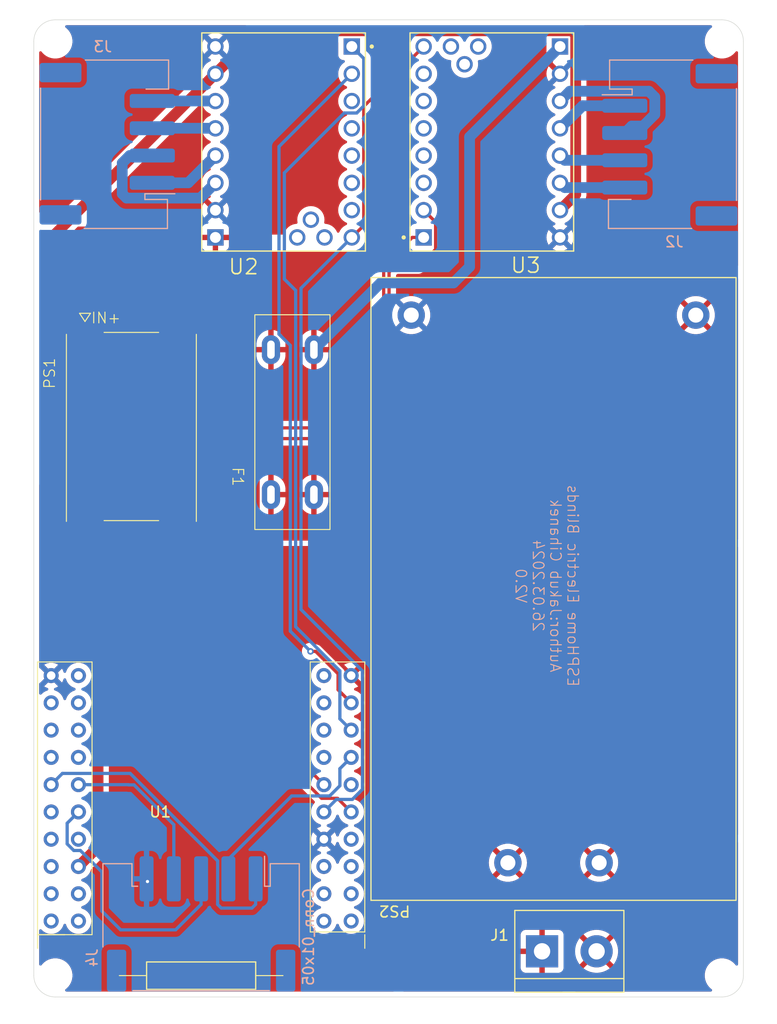
<source format=kicad_pcb>
(kicad_pcb (version 20240108) (generator "pcbnew") (generator_version "8.0")
  (layers (0 "F.Cu" signal) (31 "B.Cu" signal) (34 "B.Paste" user) (35 "F.Paste" user) (36 "B.SilkS" user "B.Silkscreen") (37 "F.SilkS" user "F.Silkscreen") (38 "B.Mask" user) (39 "F.Mask" user) (44 "Edge.Cuts" user))
  (net 0 "")
  (net 1 "DC_VOUT")
  (net 2 "+12V")
  (net 3 "Net-(J2-Pin_3)")
  (net 4 "Net-(J2-Pin_2)")
  (net 5 "Net-(J2-Pin_4)")
  (net 6 "Net-(J2-Pin_1)")
  (net 7 "Net-(J3-Pin_4)")
  (net 8 "Net-(J3-Pin_3)")
  (net 9 "Net-(J3-Pin_2)")
  (net 10 "Net-(J3-Pin_1)")
  (net 11 "IO_32")
  (net 12 "IO_19")
  (net 13 "IO_23")
  (net 14 "IO_33")
  (net 15 "IO_18")
  (net 16 "GND")
  (net 17 "+3.3V")
  (net 18 "STEP_PIN")
  (net 25 "DIR_PIN_2")
  (net 34 "EN_PIN")
  (net 43 "STEP_PIN_2")
  (net 45 "DIR_PIN")
  (net 63 "AC_L")
  (net 64 "AC_N")
  (footprint "connectors_johnymalina:ScrewTerminal_01x02" (layer "F.Cu") (at 109.75 128.75)
    (property "Reference" "J1" (at -3.96 -1.5 0) (layer "F.SilkS"))
    (property "Value" "AC_IN")
    (fp_line (start -2.54 -3.81) (end -2.54 3.81) (stroke (width 0.12)) (layer "F.SilkS"))
    (fp_line (start -2.54 3.81) (end 7.62 3.81) (stroke (width 0.12)) (layer "F.SilkS"))
    (fp_line (start 7.62 -3.81) (end -2.54 -3.81) (stroke (width 0.12)) (layer "F.SilkS"))
    (fp_line (start 7.62 2.54) (end -2.54 2.54) (stroke (width 0.12)) (layer "F.SilkS"))
    (fp_line (start 7.62 3.81) (end 7.62 -3.81) (stroke (width 0.12)) (layer "F.SilkS"))
    (pad "1" thru_hole rect (at 0 0) (size 3 3) (drill 1.52) (layers "*.Cu" "*.Mask") (net 63 "AC_L"))
    (pad "2" thru_hole circle (at 5.08 0) (size 3 3) (drill 1.52) (layers "*.Cu" "*.Mask") (net 64 "AC_N"))
  )
  (footprint "components_johnymalina:car_fuse_holder" (layer "F.Cu") (at 86.5 79.466 180)
    (property "Reference" "F1" (at 5.08 -5.08 -90) (layer "F.SilkS") (effects (font (thickness 0.1))))
    (property "Value" "Fuse")
    (fp_rect (start -3.5 -10) (end 3.5 10) (stroke (width 0.1)) (fill none) (layer "F.SilkS"))
    (pad "1" thru_hole oval (at -2 -6.75 180) (size 1.7 2.7) (drill oval 0.7 1.7) (layers "*.Cu" "*.Mask") (net 1 "DC_VOUT"))
    (pad "1" thru_hole oval (at 2 -6.75 180) (size 1.7 2.7) (drill oval 0.7 1.7) (layers "*.Cu" "*.Mask") (net 1 "DC_VOUT"))
    (pad "2" thru_hole oval (at -2 6.75 180) (size 1.7 2.7) (drill oval 0.7 1.7) (layers "*.Cu" "*.Mask") (net 2 "+12V"))
    (pad "2" thru_hole oval (at 2 6.75 180) (size 1.7 2.7) (drill oval 0.7 1.7) (layers "*.Cu" "*.Mask") (net 2 "+12V"))
  )
  (footprint "microcontrollers_johnymalina:ESP32_mini" (layer "F.Cu") (at 78 114.5)
    (property "Reference" "U1" (at -3.81 1.27 0) (layer "F.SilkS"))
    (property "Value" "ESP32_mini")
    (fp_line (start -15.24 -12.7) (end -15.24 12.7) (stroke (width 0.1)) (layer "F.SilkS"))
    (fp_line (start -15.24 12.7) (end -15.24 13.97) (stroke (width 0.1)) (layer "F.SilkS"))
    (fp_line (start -15.24 12.7) (end -12.7 12.7) (stroke (width 0.12)) (layer "F.SilkS"))
    (fp_line (start -12.7 12.7) (end -10.16 12.7) (stroke (width 0.1)) (layer "F.SilkS"))
    (fp_line (start -10.16 -12.7) (end -15.24 -12.7) (stroke (width 0.1)) (layer "F.SilkS"))
    (fp_line (start -10.16 12.7) (end -10.16 -12.7) (stroke (width 0.1)) (layer "F.SilkS"))
    (fp_line (start -5.08 15.24) (end 5.08 15.24) (stroke (width 0.12)) (layer "F.SilkS"))
    (fp_line (start -5.08 16.51) (end -7.62 16.51) (stroke (width 0.1)) (layer "F.SilkS"))
    (fp_line (start -5.08 17.78) (end -5.08 15.24) (stroke (width 0.12)) (layer "F.SilkS"))
    (fp_line (start 5.08 15.24) (end 5.08 17.78) (stroke (width 0.12)) (layer "F.SilkS"))
    (fp_line (start 5.08 16.51) (end 7.62 16.51) (stroke (width 0.1)) (layer "F.SilkS"))
    (fp_line (start 5.08 17.78) (end -5.08 17.78) (stroke (width 0.1)) (layer "F.SilkS"))
    (fp_line (start 10.16 -12.7) (end 15.24 -12.7) (stroke (width 0.1)) (layer "F.SilkS"))
    (fp_line (start 10.16 12.446) (end 10.16 -12.7) (stroke (width 0.1)) (layer "F.SilkS"))
    (fp_line (start 15.24 12.446) (end 10.16 12.446) (stroke (width 0.1)) (layer "F.SilkS"))
    (fp_line (start 15.24 12.446) (end 15.24 -12.7) (stroke (width 0.1)) (layer "F.SilkS"))
    (fp_line (start 15.24 12.7) (end 15.24 13.97) (stroke (width 0.1)) (layer "F.SilkS"))
    (pad "1" thru_hole circle (at -13.97 -11.43 270) (size 1.4 1.4) (drill 0.8) (layers "*.Cu" "*.Mask") (net 16 "GND"))
    (pad "2" thru_hole circle (at -11.43 -11.43 270) (size 1.4 1.4) (drill 0.8) (layers "*.Cu" "*.Mask"))
    (pad "3" thru_hole circle (at -13.97 -8.89 270) (size 1.4 1.4) (drill 0.8) (layers "*.Cu" "*.Mask"))
    (pad "4" thru_hole circle (at -11.43 -8.89 270) (size 1.4 1.4) (drill 0.8) (layers "*.Cu" "*.Mask"))
    (pad "5" thru_hole circle (at -13.97 -6.35 270) (size 1.4 1.4) (drill 0.8) (layers "*.Cu" "*.Mask"))
    (pad "6" thru_hole circle (at -11.43 -6.35 270) (size 1.4 1.4) (drill 0.8) (layers "*.Cu" "*.Mask"))
    (pad "7" thru_hole circle (at -13.97 -3.81 270) (size 1.4 1.4) (drill 0.8) (layers "*.Cu" "*.Mask"))
    (pad "8" thru_hole circle (at -11.43 -3.81 270) (size 1.4 1.4) (drill 0.8) (layers "*.Cu" "*.Mask") (net 15 "IO_18"))
    (pad "9" thru_hole circle (at -13.97 -1.27 270) (size 1.4 1.4) (drill 0.8) (layers "*.Cu" "*.Mask") (net 14 "IO_33"))
    (pad "10" thru_hole circle (at -11.43 -1.27 270) (size 1.4 1.4) (drill 0.8) (layers "*.Cu" "*.Mask") (net 12 "IO_19"))
    (pad "11" thru_hole circle (at -13.97 1.27 270) (size 1.4 1.4) (drill 0.8) (layers "*.Cu" "*.Mask"))
    (pad "12" thru_hole circle (at -11.43 1.27 270) (size 1.4 1.4) (drill 0.8) (layers "*.Cu" "*.Mask") (net 13 "IO_23"))
    (pad "13" thru_hole circle (at -13.97 3.81 270) (size 1.4 1.4) (drill 0.8) (layers "*.Cu" "*.Mask"))
    (pad "14" thru_hole circle (at -11.43 3.81 270) (size 1.4 1.4) (drill 0.8) (layers "*.Cu" "*.Mask"))
    (pad "15" thru_hole circle (at -13.97 6.35 270) (size 1.4 1.4) (drill 0.8) (layers "*.Cu" "*.Mask"))
    (pad "16" thru_hole circle (at -11.43 6.35 270) (size 1.4 1.4) (drill 0.8) (layers "*.Cu" "*.Mask") (net 17 "+3.3V"))
    (pad "17" thru_hole circle (at -13.97 8.89 270) (size 1.4 1.4) (drill 0.8) (layers "*.Cu" "*.Mask"))
    (pad "18" thru_hole circle (at -11.43 8.89 270) (size 1.4 1.4) (drill 0.8) (layers "*.Cu" "*.Mask"))
    (pad "19" thru_hole circle (at -13.97 11.43 270) (size 1.4 1.4) (drill 0.8) (layers "*.Cu" "*.Mask"))
    (pad "20" thru_hole circle (at -11.43 11.43 270) (size 1.4 1.4) (drill 0.8) (layers "*.Cu" "*.Mask"))
    (pad "21" thru_hole circle (at 11.43 -11.43 270) (size 1.4 1.4) (drill 0.8) (layers "*.Cu" "*.Mask"))
    (pad "22" thru_hole circle (at 13.97 -11.43 270) (size 1.4 1.4) (drill 0.8) (layers "*.Cu" "*.Mask") (net 16 "GND"))
    (pad "23" thru_hole circle (at 11.43 -8.89 270) (size 1.4 1.4) (drill 0.8) (layers "*.Cu" "*.Mask"))
    (pad "24" thru_hole circle (at 13.97 -8.89 270) (size 1.4 1.4) (drill 0.8) (layers "*.Cu" "*.Mask") (net 18 "STEP_PIN"))
    (pad "25" thru_hole circle (at 11.43 -6.35 270) (size 1.4 1.4) (drill 0.8) (layers "*.Cu" "*.Mask"))
    (pad "26" thru_hole circle (at 13.97 -6.35 270) (size 1.4 1.4) (drill 0.8) (layers "*.Cu" "*.Mask") (net 45 "DIR_PIN"))
    (pad "27" thru_hole circle (at 11.43 -3.81 270) (size 1.4 1.4) (drill 0.8) (layers "*.Cu" "*.Mask"))
    (pad "28" thru_hole circle (at 13.97 -3.81 270) (size 1.4 1.4) (drill 0.8) (layers "*.Cu" "*.Mask") (net 11 "IO_32"))
    (pad "29" thru_hole circle (at 11.43 -1.27 270) (size 1.4 1.4) (drill 0.8) (layers "*.Cu" "*.Mask") (net 43 "STEP_PIN_2"))
    (pad "30" thru_hole circle (at 13.97 -1.27 270) (size 1.4 1.4) (drill 0.8) (layers "*.Cu" "*.Mask"))
    (pad "31" thru_hole circle (at 11.43 1.27 270) (size 1.4 1.4) (drill 0.8) (layers "*.Cu" "*.Mask") (net 34 "EN_PIN"))
    (pad "32" thru_hole circle (at 13.97 1.27 270) (size 1.4 1.4) (drill 0.8) (layers "*.Cu" "*.Mask") (net 25 "DIR_PIN_2"))
    (pad "33" thru_hole circle (at 11.43 3.81 270) (size 1.4 1.4) (drill 0.8) (layers "*.Cu" "*.Mask") (net 16 "GND"))
    (pad "34" thru_hole circle (at 13.97 3.81 270) (size 1.4 1.4) (drill 0.8) (layers "*.Cu" "*.Mask"))
    (pad "35" thru_hole circle (at 11.43 6.35 270) (size 1.4 1.4) (drill 0.8) (layers "*.Cu" "*.Mask"))
    (pad "36" thru_hole circle (at 13.97 6.35 270) (size 1.4 1.4) (drill 0.8) (layers "*.Cu" "*.Mask"))
    (pad "37" thru_hole circle (at 11.43 8.89 270) (size 1.4 1.4) (drill 0.8) (layers "*.Cu" "*.Mask"))
    (pad "38" thru_hole circle (at 13.97 8.89 270) (size 1.4 1.4) (drill 0.8) (layers "*.Cu" "*.Mask"))
    (pad "39" thru_hole circle (at 11.43 11.43 270) (size 1.4 1.4) (drill 0.8) (layers "*.Cu" "*.Mask"))
    (pad "40" thru_hole circle (at 13.97 11.43 270) (size 1.4 1.4) (drill 0.8) (layers "*.Cu" "*.Mask"))
  )
  (footprint "components_johnymalina:DCDC_stepdown_module" (layer "F.Cu") (at 71.5 80)
    (property "Reference" "PS1" (at -7.62 -5.08 90) (layer "F.SilkS") (effects (font (thickness 0.1))))
    (property "Value" "DCDC-Stepdown")
    (fp_line (start -6.05 -8.71) (end -6.05 8.71) (stroke (width 0.1)) (layer "F.SilkS"))
    (fp_line (start -4.826 -10.668) (end -4.318 -9.906) (stroke (width 0.1)) (layer "F.SilkS"))
    (fp_line (start -4.318 -9.906) (end -3.81 -10.668) (stroke (width 0.1)) (layer "F.SilkS"))
    (fp_line (start -3.81 -10.668) (end -4.826 -10.668) (stroke (width 0.1)) (layer "F.SilkS"))
    (fp_line (start -2.54 -8.89) (end 2.54 -8.89) (stroke (width 0.1)) (layer "F.SilkS"))
    (fp_line (start -2.54 8.636) (end 2.54 8.636) (stroke (width 0.1)) (layer "F.SilkS"))
    (fp_line (start 6.05 -8.71) (end 6.05 8.71) (stroke (width 0.1)) (layer "F.SilkS"))
    (fp_text user "IN+" (at -3.81 -9.652 0) (layer "F.SilkS") (effects (font (thickness 0.1)) (justify left bottom)))
    (pad "1" smd roundrect (at -4.25 -7.95 90) (size 3.4 2.3) (layers "F.Cu" "F.Paste" "F.Mask") (net 2 "+12V"))
    (pad "2" smd roundrect (at 4.25 -7.95 90) (size 3.4 2.3) (layers "F.Cu" "F.Paste" "F.Mask") (net 16 "GND"))
    (pad "3" smd roundrect (at 4.25 7.95 90) (size 3.4 2.3) (layers "F.Cu" "F.Paste" "F.Mask") (net 16 "GND"))
    (pad "4" smd roundrect (at -4.25 7.95 90) (size 3.4 2.3) (layers "F.Cu" "F.Paste" "F.Mask") (net 17 "+3.3V"))
  )
  (footprint "components_johnymalina:HLK_AC_DC_20W" (layer "F.Cu") (at 110.815786 95 90)
    (property "Reference" "PS2" (at -30 -14.800786 180) (layer "F.SilkS"))
    (property "Value" "HLK-20M12")
    (fp_rect (start -29 -17) (end 29 17) (stroke (width 0.12)) (fill none) (layer "F.SilkS"))
    (pad "1" thru_hole circle (at -25.5 -4.25 90) (size 2.55 2.55) (drill 1.4) (layers "*.Cu" "*.Mask") (net 63 "AC_L"))
    (pad "2" thru_hole circle (at -25.5 4.25 90) (size 2.55 2.55) (drill 1.4) (layers "*.Cu" "*.Mask") (net 64 "AC_N"))
    (pad "3" thru_hole circle (at 25.5 -13.25 90) (size 2.55 2.55) (drill 1.4) (layers "*.Cu" "*.Mask") (net 16 "GND"))
    (pad "4" thru_hole circle (at 25.5 13.25 90) (size 2.55 2.55) (drill 1.4) (layers "*.Cu" "*.Mask") (net 1 "DC_VOUT"))
  )
  (footprint "MountingHole:MountingHole_2.7mm_M2.5" (layer "F.Cu") (at 64.414214 44)
    (property "Reference" "H1")
    (property "Value" "MountingHole")
    (pad "" np_thru_hole circle (at 0 0) (size 2.7 2.7) (drill 2.7) (layers "*.Cu" "*.Mask"))
  )
  (footprint "MountingHole:MountingHole_2.7mm_M2.5" (layer "F.Cu") (at 126.5 131)
    (property "Reference" "H3")
    (property "Value" "MountingHole")
    (pad "" np_thru_hole circle (at 0 0) (size 2.7 2.7) (drill 2.7) (layers "F&B.Cu" "*.Mask"))
  )
  (footprint "MountingHole:MountingHole_2.7mm_M2.5" (layer "F.Cu") (at 126.5 44)
    (property "Reference" "H2")
    (property "Value" "MountingHole")
    (pad "" np_thru_hole circle (at 0 0) (size 2.7 2.7) (drill 2.7) (layers "*.Cu" "*.Mask"))
  )
  (footprint "components_johnymalina:TMC2208_Module" (layer "F.Cu") (at 85.678333 53.374)
    (property "Reference" "U2" (at -3.73 11.626 0) (layer "F.SilkS") (effects (font (size 1.4 1.4))))
    (property "Value" "TMC2208_Stepper_driver")
    (fp_line (start -7.62 -10.16) (end -7.62 10.16) (stroke (width 0.127)) (layer "F.SilkS"))
    (fp_line (start -7.62 10.16) (end 7.62 10.16) (stroke (width 0.127)) (layer "F.SilkS"))
    (fp_line (start 7.62 -10.16) (end -7.62 -10.16) (stroke (width 0.127)) (layer "F.SilkS"))
    (fp_line (start 7.62 10.16) (end 7.62 -10.16) (stroke (width 0.127)) (layer "F.SilkS"))
    (fp_circle (center 8.21 -8.89) (end 8.31 -8.89) (stroke (width 0.2)) (fill none) (layer "F.SilkS"))
    (pad "JP1_1" thru_hole rect (at 6.35 -8.89) (size 1.524 1.524) (drill 1.016) (layers "*.Cu" "*.Mask") (net 45 "DIR_PIN"))
    (pad "JP1_2" thru_hole circle (at 6.35 -6.35) (size 1.524 1.524) (drill 1.016) (layers "*.Cu" "*.Mask") (net 18 "STEP_PIN"))
    (pad "JP1_3" thru_hole circle (at 6.35 -3.81) (size 1.524 1.524) (drill 1.016) (layers "*.Cu" "*.Mask"))
    (pad "JP1_4" thru_hole circle (at 6.35 -1.27) (size 1.524 1.524) (drill 1.016) (layers "*.Cu" "*.Mask"))
    (pad "JP1_5" thru_hole circle (at 6.35 1.27) (size 1.524 1.524) (drill 1.016) (layers "*.Cu" "*.Mask"))
    (pad "JP1_6" thru_hole circle (at 6.35 3.81) (size 1.524 1.524) (drill 1.016) (layers "*.Cu" "*.Mask"))
    (pad "JP1_7" thru_hole circle (at 6.35 6.35) (size 1.524 1.524) (drill 1.016) (layers "*.Cu" "*.Mask"))
    (pad "JP1_8" thru_hole circle (at 6.35 8.89) (size 1.524 1.524) (drill 1.016) (layers "*.Cu" "*.Mask") (net 34 "EN_PIN"))
    (pad "JP2_1" thru_hole rect (at -6.35 8.89) (size 1.524 1.524) (drill 1.016) (layers "*.Cu" "*.Mask") (net 2 "+12V"))
    (pad "JP2_2" thru_hole circle (at -6.35 6.35) (size 1.524 1.524) (drill 1.016) (layers "*.Cu" "*.Mask") (net 16 "GND"))
    (pad "JP2_3" thru_hole circle (at -6.35 3.81) (size 1.524 1.524) (drill 1.016) (layers "*.Cu" "*.Mask") (net 9 "Net-(J3-Pin_2)"))
    (pad "JP2_4" thru_hole circle (at -6.35 1.27) (size 1.524 1.524) (drill 1.016) (layers "*.Cu" "*.Mask") (net 10 "Net-(J3-Pin_1)"))
    (pad "JP2_5" thru_hole circle (at -6.35 -1.27) (size 1.524 1.524) (drill 1.016) (layers "*.Cu" "*.Mask") (net 8 "Net-(J3-Pin_3)"))
    (pad "JP2_6" thru_hole circle (at -6.35 -3.81) (size 1.524 1.524) (drill 1.016) (layers "*.Cu" "*.Mask") (net 7 "Net-(J3-Pin_4)"))
    (pad "JP2_7" thru_hole circle (at -6.35 -6.35) (size 1.524 1.524) (drill 1.016) (layers "*.Cu" "*.Mask") (net 17 "+3.3V"))
    (pad "JP2_8" thru_hole circle (at -6.35 -8.89) (size 1.524 1.524) (drill 1.016) (layers "*.Cu" "*.Mask") (net 16 "GND"))
    (pad "JP3_1" thru_hole circle (at 1.27 8.89) (size 1.524 1.524) (drill 1.016) (layers "*.Cu" "*.Mask"))
    (pad "JP3_2" thru_hole circle (at 3.81 8.89) (size 1.524 1.524) (drill 1.016) (layers "*.Cu" "*.Mask"))
    (pad "VREF" thru_hole circle (at 2.54 7.239) (size 1.524 1.524) (drill 1.016) (layers "*.Cu" "*.Mask"))
  )
  (footprint "MountingHole:MountingHole_2.7mm_M2.5" (layer "F.Cu") (at 64.414214 131)
    (property "Reference" "H4")
    (property "Value" "MountingHole")
    (pad "" np_thru_hole circle (at 0 0) (size 2.7 2.7) (drill 2.7) (layers "*.Cu" "*.Mask"))
  )
  (footprint "components_johnymalina:TMC2208_Module" (layer "F.Cu") (at 105.071666 53.374 180)
    (property "Reference" "U3" (at -3.155 -11.489 180) (layer "F.SilkS") (effects (font (size 1.4 1.4))))
    (property "Value" "TMC2208_Stepper_driver")
    (fp_line (start 7.62 10.16) (end 7.62 -10.16) (stroke (width 0.127)) (layer "F.SilkS"))
    (fp_line (start 7.62 -10.16) (end -7.62 -10.16) (stroke (width 0.127)) (layer "F.SilkS"))
    (fp_line (start -7.62 10.16) (end 7.62 10.16) (stroke (width 0.127)) (layer "F.SilkS"))
    (fp_line (start -7.62 -10.16) (end -7.62 10.16) (stroke (width 0.127)) (layer "F.SilkS"))
    (fp_circle (center 8.21 -8.89) (end 8.31 -8.89) (stroke (width 0.2)) (fill none) (layer "F.SilkS"))
    (pad "JP1_1" thru_hole rect (at 6.35 -8.89 180) (size 1.524 1.524) (drill 1.016) (layers "*.Cu" "*.Mask") (net 25 "DIR_PIN_2"))
    (pad "JP1_2" thru_hole circle (at 6.35 -6.35 180) (size 1.524 1.524) (drill 1.016) (layers "*.Cu" "*.Mask") (net 43 "STEP_PIN_2"))
    (pad "JP1_3" thru_hole circle (at 6.35 -3.81 180) (size 1.524 1.524) (drill 1.016) (layers "*.Cu" "*.Mask"))
    (pad "JP1_4" thru_hole circle (at 6.35 -1.27 180) (size 1.524 1.524) (drill 1.016) (layers "*.Cu" "*.Mask"))
    (pad "JP1_5" thru_hole circle (at 6.35 1.27 180) (size 1.524 1.524) (drill 1.016) (layers "*.Cu" "*.Mask"))
    (pad "JP1_6" thru_hole circle (at 6.35 3.81 180) (size 1.524 1.524) (drill 1.016) (layers "*.Cu" "*.Mask"))
    (pad "JP1_7" thru_hole circle (at 6.35 6.35 180) (size 1.524 1.524) (drill 1.016) (layers "*.Cu" "*.Mask"))
    (pad "JP1_8" thru_hole circle (at 6.35 8.89 180) (size 1.524 1.524) (drill 1.016) (layers "*.Cu" "*.Mask") (net 34 "EN_PIN"))
    (pad "JP2_1" thru_hole rect (at -6.35 8.89 180) (size 1.524 1.524) (drill 1.016) (layers "*.Cu" "*.Mask") (net 2 "+12V"))
    (pad "JP2_2" thru_hole circle (at -6.35 6.35 180) (size 1.524 1.524) (drill 1.016) (layers "*.Cu" "*.Mask") (net 16 "GND"))
    (pad "JP2_3" thru_hole circle (at -6.35 3.81 180) (size 1.524 1.524) (drill 1.016) (layers "*.Cu" "*.Mask") (net 4 "Net-(J2-Pin_2)"))
    (pad "JP2_4" thru_hole circle (at -6.35 1.27 180) (size 1.524 1.524) (drill 1.016) (layers "*.Cu" "*.Mask") (net 6 "Net-(J2-Pin_1)"))
    (pad "JP2_5" thru_hole circle (at -6.35 -1.27 180) (size 1.524 1.524) (drill 1.016) (layers "*.Cu" "*.Mask") (net 3 "Net-(J2-Pin_3)"))
    (pad "JP2_6" thru_hole circle (at -6.35 -3.81 180) (size 1.524 1.524) (drill 1.016) (layers "*.Cu" "*.Mask") (net 5 "Net-(J2-Pin_4)"))
    (pad "JP2_7" thru_hole circle (at -6.35 -6.35 180) (size 1.524 1.524) (drill 1.016) (layers "*.Cu" "*.Mask") (net 17 "+3.3V"))
    (pad "JP2_8" thru_hole circle (at -6.35 -8.89 180) (size 1.524 1.524) (drill 1.016) (layers "*.Cu" "*.Mask") (net 16 "GND"))
    (pad "JP3_1" thru_hole circle (at 1.27 8.89 180) (size 1.524 1.524) (drill 1.016) (layers "*.Cu" "*.Mask"))
    (pad "JP3_2" thru_hole circle (at 3.81 8.89 180) (size 1.524 1.524) (drill 1.016) (layers "*.Cu" "*.Mask"))
    (pad "VREF" thru_hole circle (at 2.54 7.239 180) (size 1.524 1.524) (drill 1.016) (layers "*.Cu" "*.Mask"))
  )
  (footprint "connectors_johnymalina:JST_smd_1x04_horizontal" (layer "B.Cu") (at 69.192 53.366 90)
    (property "Reference" "J3" (at 8.8646 -0.3556 0) (layer "B.SilkS") (effects (justify mirror)))
    (property "Value" "Stepper_2_conn")
    (fp_line (start 5.0038 -6.1468) (end -5.4102 -6.1468) (stroke (width 0.12)) (layer "B.SilkS"))
    (fp_line (start -4.832 3.568) (end -5.362 3.568) (stroke (width 0.12)) (layer "B.SilkS"))
    (fp_line (start -5.362 3.568) (end -5.362 5.668) (stroke (width 0.12)) (layer "B.SilkS"))
    (fp_line (start 4.916 3.676) (end 4.916 5.776) (stroke (width 0.12)) (layer "B.SilkS"))
    (fp_line (start -5.362 5.668) (end -8.066 5.668) (stroke (width 0.12)) (layer "B.SilkS"))
    (fp_line (start -8.066 5.668) (end -8.066 -2.082) (stroke (width 0.12)) (layer "B.SilkS"))
    (fp_line (start 7.62 5.776) (end 7.62 -1.974) (stroke (width 0.12)) (layer "B.SilkS"))
    (fp_line (start 4.916 5.776) (end 7.62 5.776) (stroke (width 0.12)) (layer "B.SilkS"))
    (fp_line (start -4.832 6.358) (end -4.832 3.568) (stroke (width 0.12)) (layer "B.SilkS"))
    (pad "1" smd roundrect (at -3.81 4.258 90) (size 1.3 4.2) (layers "B.Cu" "B.Paste" "B.Mask") (roundrect_rratio 0.192308) (net 10 "Net-(J3-Pin_1)"))
    (pad "2" smd roundrect (at -1.27 4.258 90) (size 1.3 4.2) (layers "B.Cu" "B.Paste" "B.Mask") (roundrect_rratio 0.192308) (net 9 "Net-(J3-Pin_2)"))
    (pad "3" smd roundrect (at 1.27 4.258 90) (size 1.3 4.2) (layers "B.Cu" "B.Paste" "B.Mask") (roundrect_rratio 0.192308) (net 8 "Net-(J3-Pin_3)"))
    (pad "4" smd roundrect (at 3.81 4.258 90) (size 1.3 4.2) (layers "B.Cu" "B.Paste" "B.Mask") (roundrect_rratio 0.192308) (net 7 "Net-(J3-Pin_4)"))
    (pad "NC" smd roundrect (at -6.796 -4.292 90) (size 1.8 3.9) (layers "B.Cu" "B.Paste" "B.Mask") (roundrect_rratio 0.138889))
    (pad "NC" smd roundrect (at 6.452 -4.292 90) (size 1.8 3.9) (layers "B.Cu" "B.Paste" "B.Mask") (roundrect_rratio 0.138889))
  )
  (footprint "connectors_johnymalina:JST_smd_1x05_horizontal" (layer "B.Cu") (at 77.995 126.2 180)
    (property "Reference" "J4" (at 10.145 -3.15 -90) (layer "B.SilkS") (effects (justify mirror)))
    (property "Value" "Conn_01x05" (at -10 -1.214214 -90) (layer "B.SilkS") (effects (justify mirror)))
    (fp_line (start 9.144 5.61) (end 9.144 -2.14) (stroke (width 0.12)) (layer "B.SilkS"))
    (fp_line (start 6.44 5.61) (end 9.144 5.61) (stroke (width 0.12)) (layer "B.SilkS"))
    (fp_line (start 6.44 3.51) (end 6.44 5.61) (stroke (width 0.12)) (layer "B.SilkS"))
    (fp_line (start 6.35 -6.21) (end -6.35 -6.21) (stroke (width 0.12)) (layer "B.SilkS"))
    (fp_line (start 5.91 3.51) (end 6.44 3.51) (stroke (width 0.12)) (layer "B.SilkS"))
    (fp_line (start -5.91 6.3) (end -5.91 3.51) (stroke (width 0.12)) (layer "B.SilkS"))
    (fp_line (start -5.91 3.51) (end -6.44 3.51) (stroke (width 0.12)) (layer "B.SilkS"))
    (fp_line (start -6.44 5.61) (end -9.144 5.61) (stroke (width 0.12)) (layer "B.SilkS"))
    (fp_line (start -6.44 3.51) (end -6.44 5.61) (stroke (width 0.12)) (layer "B.SilkS"))
    (fp_line (start -9.144 5.61) (end -9.144 -2.14) (stroke (width 0.12)) (layer "B.SilkS"))
    (pad "1" smd roundrect (at -5.08 4.2 180) (size 1.3 4.2) (layers "B.Cu" "B.Paste" "B.Mask") (roundrect_rratio 0.192308) (net 14 "IO_33"))
    (pad "2" smd roundrect (at -2.54 4.2 180) (size 1.3 4.2) (layers "B.Cu" "B.Paste" "B.Mask") (roundrect_rratio 0.192308) (net 11 "IO_32"))
    (pad "3" smd roundrect (at 0 4.2 180) (size 1.3 4.2) (layers "B.Cu" "B.Paste" "B.Mask") (roundrect_rratio 0.192308) (net 13 "IO_23"))
    (pad "4" smd roundrect (at 2.54 4.2 180) (size 1.3 4.2) (layers "B.Cu" "B.Paste" "B.Mask") (roundrect_rratio 0.192308) (net 12 "IO_19"))
    (pad "5" smd roundrect (at 5.08 4.2 180) (size 1.3 4.2) (layers "B.Cu" "B.Paste" "B.Mask") (roundrect_rratio 0.192308) (net 16 "GND"))
    (pad "NC" smd roundrect (at -7.874 -4.35 180) (size 1.8 3.9) (layers "B.Cu" "B.Paste" "B.Mask") (roundrect_rratio 0.138889))
    (pad "NC" smd roundrect (at 7.874 -4.35 180) (size 1.8 3.9) (layers "B.Cu" "B.Paste" "B.Mask") (roundrect_rratio 0.138889))
  )
  (footprint "connectors_johnymalina:JST_smd_1x04_horizontal" (layer "B.Cu") (at 121.708 53.81 -90)
    (property "Reference" "J2" (at 8.8646 -0.3556 180) (layer "B.SilkS") (effects (justify mirror)))
    (property "Value" "Stepper_2_conn")
    (fp_line (start -4.832 6.358) (end -4.832 3.568) (stroke (width 0.12)) (layer "B.SilkS"))
    (fp_line (start 4.916 5.776) (end 7.62 5.776) (stroke (width 0.12)) (layer "B.SilkS"))
    (fp_line (start 7.62 5.776) (end 7.62 -1.974) (stroke (width 0.12)) (layer "B.SilkS"))
    (fp_line (start -8.066 5.668) (end -8.066 -2.082) (stroke (width 0.12)) (layer "B.SilkS"))
    (fp_line (start -5.362 5.668) (end -8.066 5.668) (stroke (width 0.12)) (layer "B.SilkS"))
    (fp_line (start 4.916 3.676) (end 4.916 5.776) (stroke (width 0.12)) (layer "B.SilkS"))
    (fp_line (start -5.362 3.568) (end -5.362 5.668) (stroke (width 0.12)) (layer "B.SilkS"))
    (fp_line (start -4.832 3.568) (end -5.362 3.568) (stroke (width 0.12)) (layer "B.SilkS"))
    (fp_line (start 5.0038 -6.1468) (end -5.4102 -6.1468) (stroke (width 0.12)) (layer "B.SilkS"))
    (pad "1" smd roundrect (at -3.81 4.258 270) (size 1.3 4.2) (layers "B.Cu" "B.Paste" "B.Mask") (roundrect_rratio 0.192308) (net 6 "Net-(J2-Pin_1)"))
    (pad "2" smd roundrect (at -1.27 4.258 270) (size 1.3 4.2) (layers "B.Cu" "B.Paste" "B.Mask") (roundrect_rratio 0.192308) (net 4 "Net-(J2-Pin_2)"))
    (pad "3" smd roundrect (at 1.27 4.258 270) (size 1.3 4.2) (layers "B.Cu" "B.Paste" "B.Mask") (roundrect_rratio 0.192308) (net 3 "Net-(J2-Pin_3)"))
    (pad "4" smd roundrect (at 3.81 4.258 270) (size 1.3 4.2) (layers "B.Cu" "B.Paste" "B.Mask") (roundrect_rratio 0.192308) (net 5 "Net-(J2-Pin_4)"))
    (pad "NC" smd roundrect (at -6.796 -4.292 270) (size 1.8 3.9) (layers "B.Cu" "B.Paste" "B.Mask") (roundrect_rratio 0.138889))
    (pad "NC" smd roundrect (at 6.452 -4.292 270) (size 1.8 3.9) (layers "B.Cu" "B.Paste" "B.Mask") (roundrect_rratio 0.138889))
  )
  (gr_line (start 128.5 44) (end 128.5 131) (stroke (width 0.05)) (layer "Edge.Cuts"))
  (gr_arc (start 64.414214 133) (mid 63 132.414214) (end 62.414214 131) (stroke (width 0.05)) (layer "Edge.Cuts"))
  (gr_arc (start 128.5 131) (mid 127.914214 132.414214) (end 126.5 133) (stroke (width 0.05)) (layer "Edge.Cuts"))
  (gr_line (start 126.5 42) (end 64.414214 42) (stroke (width 0.05)) (layer "Edge.Cuts"))
  (gr_arc (start 62.414214 44) (mid 63 42.585786) (end 64.414214 42) (stroke (width 0.05)) (layer "Edge.Cuts"))
  (gr_line (start 62.414214 131) (end 62.414214 44) (stroke (width 0.05)) (layer "Edge.Cuts"))
  (gr_arc (start 126.5 42) (mid 127.914214 42.585786) (end 128.5 44) (stroke (width 0.05)) (layer "Edge.Cuts"))
  (gr_line (start 126.5 133) (end 64.414214 133) (stroke (width 0.05)) (layer "Edge.Cuts"))
  (gr_text "ESPHome Electric Blinds\nAuthor:Jakub Cihanek\n26.03.2024\nV2.0" (at 107.2 94.7 -90) (layer "B.SilkS") (effects (font (size 1 1) (thickness 0.1)) (justify bottom mirror)))
  (segment (start 94.716 66.5) (end 88.5 72.716) (width 1) (layer "B.Cu") (net 2))
  (segment (start 111.421666 44.484) (end 103 52.905666) (width 1) (layer "B.Cu") (net 2))
  (segment (start 103 65) (end 101.5 66.5) (width 1) (layer "B.Cu") (net 2))
  (segment (start 101.5 66.5) (end 94.716 66.5) (width 1) (layer "B.Cu") (net 2))
  (segment (start 103 52.905666) (end 103 65) (width 1) (layer "B.Cu") (net 2))
  (segment (start 111.857666 55.08) (end 111.421666 54.644) (width 1) (layer "B.Cu") (net 3))
  (segment (start 117.45 55.08) (end 111.857666 55.08) (width 1) (layer "B.Cu") (net 3))
  (segment (start 112.335666 48.65) (end 111.421666 49.564) (width 1) (layer "B.Cu") (net 4))
  (segment (start 118.1 51.89) (end 119.16043 51.89) (width 1) (layer "B.Cu") (net 4))
  (segment (start 120.25 50.80043) (end 120.25 49.19957) (width 1) (layer "B.Cu") (net 4))
  (segment (start 117.45 52.54) (end 118.1 51.89) (width 1) (layer "B.Cu") (net 4))
  (segment (start 120.25 49.19957) (end 119.70043 48.65) (width 1) (layer "B.Cu") (net 4))
  (segment (start 119.70043 48.65) (end 112.335666 48.65) (width 1) (layer "B.Cu") (net 4))
  (segment (start 119.16043 51.89) (end 120.25 50.80043) (width 1) (layer "B.Cu") (net 4))
  (segment (start 111.857666 57.62) (end 111.421666 57.184) (width 1) (layer "B.Cu") (net 5))
  (segment (start 117.45 57.62) (end 111.857666 57.62) (width 1) (layer "B.Cu") (net 5))
  (segment (start 117.45 50) (end 113.525666 50) (width 1) (layer "B.Cu") (net 6))
  (segment (start 113.525666 50) (end 111.421666 52.104) (width 1) (layer "B.Cu") (net 6))
  (segment (start 73.45 49.556) (end 79.320333 49.556) (width 1) (layer "B.Cu") (net 7))
  (segment (start 79.320333 49.556) (end 79.328333 49.564) (width 1) (layer "B.Cu") (net 7))
  (segment (start 73.45 52.096) (end 79.320333 52.096) (width 1) (layer "B.Cu") (net 8))
  (segment (start 79.320333 52.096) (end 79.328333 52.104) (width 1) (layer "B.Cu") (net 8))
  (segment (start 71.35 54.636) (end 70.65 55.336) (width 1) (layer "B.Cu") (net 9))
  (segment (start 73.45 54.636) (end 71.35 54.636) (width 1) (layer "B.Cu") (net 9))
  (segment (start 70.65 58.2) (end 71.05 58.6) (width 1) (layer "B.Cu") (net 9))
  (segment (start 70.65 55.336) (end 70.65 58.2) (width 1) (layer "B.Cu") (net 9))
  (segment (start 71.05 58.6) (end 77.912333 58.6) (width 1) (layer "B.Cu") (net 9))
  (segment (start 77.912333 58.6) (end 79.328333 57.184) (width 1) (layer "B.Cu") (net 9))
  (segment (start 76.796333 57.176) (end 79.328333 54.644) (width 1) (layer "B.Cu") (net 10))
  (segment (start 73.45 57.176) (end 76.796333 57.176) (width 1) (layer "B.Cu") (net 10))
  (segment (start 89.97 114.28) (end 90.92 113.33) (width 0.3) (layer "B.Cu") (net 11))
  (segment (start 86.430786 114.28) (end 89.97 114.28) (width 0.3) (layer "B.Cu") (net 11))
  (segment (start 80.535 120.175786) (end 86.430786 114.28) (width 0.3) (layer "B.Cu") (net 11))
  (segment (start 80.535 122.275786) (end 80.535 120.175786) (width 0.3) (layer "B.Cu") (net 11))
  (segment (start 90.92 113.33) (end 90.92 111.74) (width 0.3) (layer "B.Cu") (net 11))
  (segment (start 90.92 111.74) (end 91.97 110.69) (width 0.3) (layer "B.Cu") (net 11))
  (segment (start 71.23 113.23) (end 66.57 113.23) (width 0.3) (layer "B.Cu") (net 12))
  (segment (start 71.75 113.25) (end 71.25 113.25) (width 0.3) (layer "B.Cu") (net 12))
  (segment (start 71.25 113.25) (end 71.23 113.23) (width 0.3) (layer "B.Cu") (net 12))
  (segment (start 75.455 122.275786) (end 75.455 116.955) (width 0.3) (layer "B.Cu") (net 12))
  (segment (start 75.455 116.955) (end 71.75 113.25) (width 0.3) (layer "B.Cu") (net 12))
  (segment (start 65.52 118.744925) (end 65.52 116.82) (width 0.3) (layer "B.Cu") (net 13))
  (segment (start 70.5 126.75) (end 68.75 125) (width 0.3) (layer "B.Cu") (net 13))
  (segment (start 66.75 119.36) (end 66.135075 119.36) (width 0.3) (layer "B.Cu") (net 13))
  (segment (start 66.135075 119.36) (end 65.52 118.744925) (width 0.3) (layer "B.Cu") (net 13))
  (segment (start 77.995 124.375786) (end 75.620786 126.75) (width 0.3) (layer "B.Cu") (net 13))
  (segment (start 65.52 116.82) (end 66.57 115.77) (width 0.3) (layer "B.Cu") (net 13))
  (segment (start 75.620786 126.75) (end 70.5 126.75) (width 0.3) (layer "B.Cu") (net 13))
  (segment (start 68.75 125) (end 68.75 121.36) (width 0.3) (layer "B.Cu") (net 13))
  (segment (start 68.75 121.36) (end 66.75 119.36) (width 0.3) (layer "B.Cu") (net 13))
  (segment (start 77.995 122.275786) (end 77.995 124.375786) (width 0.3) (layer "B.Cu") (net 13))
  (segment (start 79.535 124.381242) (end 79.535 120.327894) (width 0.3) (layer "B.Cu") (net 14))
  (segment (start 71.387106 112.18) (end 65.08 112.18) (width 0.3) (layer "B.Cu") (net 14))
  (segment (start 82.725 124.725786) (end 79.879544 124.725786) (width 0.3) (layer "B.Cu") (net 14))
  (segment (start 79.879544 124.725786) (end 79.535 124.381242) (width 0.3) (layer "B.Cu") (net 14))
  (segment (start 83.075 122.275786) (end 83.075 124.375786) (width 0.3) (layer "B.Cu") (net 14))
  (segment (start 79.535 120.327894) (end 71.387106 112.18) (width 0.3) (layer "B.Cu") (net 14))
  (segment (start 83.075 124.375786) (end 82.725 124.725786) (width 0.3) (layer "B.Cu") (net 14))
  (segment (start 65.08 112.18) (end 64.03 113.23) (width 0.3) (layer "B.Cu") (net 14))
  (via (at 73 122.25) (size 0.6) (drill 0.3) (layers "F.Cu" "B.Cu") (net 16))
  (segment (start 63.5 84.2) (end 67.25 87.95) (width 1) (layer "F.Cu") (net 17))
  (segment (start 112.522 43.022) (end 83.330333 43.022) (width 1) (layer "F.Cu") (net 17))
  (segment (start 68.4 89.1) (end 67.25 87.95) (width 1) (layer "F.Cu") (net 17))
  (segment (start 111.421666 59.724) (end 112.883666 58.262) (width 1) (layer "F.Cu") (net 17))
  (segment (start 79.328333 47.024) (end 63.5 62.852333) (width 1) (layer "F.Cu") (net 17))
  (segment (start 112.883666 43.383666) (end 112.522 43.022) (width 1) (layer "F.Cu") (net 17))
  (segment (start 66.57 120.85) (end 68.4 119.02) (width 1) (layer "F.Cu") (net 17))
  (segment (start 68.4 119.02) (end 68.4 89.1) (width 1) (layer "F.Cu") (net 17))
  (segment (start 112.883666 58.262) (end 112.883666 43.383666) (width 1) (layer "F.Cu") (net 17))
  (segment (start 63.5 62.852333) (end 63.5 84.2) (width 1) (layer "F.Cu") (net 17))
  (segment (start 83.330333 43.022) (end 79.328333 47.024) (width 1) (layer "F.Cu") (net 17))
  (segment (start 88.662082 100.817157) (end 90.75 102.905075) (width 0.3) (layer "F.Cu") (net 18))
  (segment (start 90.75 104.39) (end 91.97 105.61) (width 0.3) (layer "F.Cu") (net 18))
  (segment (start 88.182842 100.817157) (end 88.662082 100.817157) (width 0.3) (layer "F.Cu") (net 18))
  (segment (start 90.75 102.905075) (end 90.75 104.39) (width 0.3) (layer "F.Cu") (net 18))
  (via (at 88.182842 100.817157) (size 0.6) (drill 0.3) (layers "F.Cu" "B.Cu") (net 18))
  (segment (start 86.3 98.934315) (end 88.182842 100.817157) (width 0.3) (layer "B.Cu") (net 18))
  (segment (start 85.25 53.802333) (end 85.25 71.268944) (width 0.3) (layer "B.Cu") (net 18))
  (segment (start 86.3 72.318944) (end 86.3 98.934315) (width 0.3) (layer "B.Cu") (net 18))
  (segment (start 92.028333 47.024) (end 85.25 53.802333) (width 0.3) (layer "B.Cu") (net 18))
  (segment (start 85.25 71.268944) (end 86.3 72.318944) (width 0.3) (layer "B.Cu") (net 18))
  (segment (start 89.215075 114.5) (end 90.7 114.5) (width 0.3) (layer "F.Cu") (net 25))
  (segment (start 82.5 81) (end 82.5 107.784925) (width 0.3) (layer "F.Cu") (net 25))
  (segment (start 93 80) (end 83.5 80) (width 0.3) (layer "F.Cu") (net 25))
  (segment (start 90.7 114.5) (end 91.97 115.77) (width 0.3) (layer "F.Cu") (net 25))
  (segment (start 83.5 80) (end 82.5 81) (width 0.3) (layer "F.Cu") (net 25))
  (segment (start 82.5 107.784925) (end 89.215075 114.5) (width 0.3) (layer "F.Cu") (net 25))
  (segment (start 98.721666 62.264) (end 97.659666 62.264) (width 0.3) (layer "F.Cu") (net 25))
  (segment (start 97.659666 62.264) (end 95 64.923666) (width 0.3) (layer "F.Cu") (net 25))
  (segment (start 95 64.923666) (end 95 78) (width 0.3) (layer "F.Cu") (net 25))
  (segment (start 95 78) (end 93 80) (width 0.3) (layer "F.Cu") (net 25))
  (segment (start 93.140333 50.065333) (end 93.140333 61.152) (width 0.3) (layer "F.Cu") (net 34))
  (segment (start 93.140333 61.152) (end 92.028333 62.264) (width 0.3) (layer "F.Cu") (net 34))
  (segment (start 98.721666 44.484) (end 93.140333 50.065333) (width 0.3) (layer "F.Cu") (net 34))
  (segment (start 87.3 66.992333) (end 87.3 96.915075) (width 0.3) (layer "B.Cu") (net 34))
  (segment (start 90.596447 114.603553) (end 89.43 115.77) (width 0.3) (layer "B.Cu") (net 34))
  (segment (start 93.02 102.635075) (end 93.02 113.664925) (width 0.3) (layer "B.Cu") (net 34))
  (segment (start 87.3 96.915075) (end 93.02 102.635075) (width 0.3) (layer "B.Cu") (net 34))
  (segment (start 92.081372 114.603553) (end 90.596447 114.603553) (width 0.3) (layer "B.Cu") (net 34))
  (segment (start 92.028333 62.264) (end 87.3 66.992333) (width 0.3) (layer "B.Cu") (net 34))
  (segment (start 93.02 113.664925) (end 92.081372 114.603553) (width 0.3) (layer "B.Cu") (net 34))
  (segment (start 95.5 78.207106) (end 92.707106 81) (width 0.3) (layer "F.Cu") (net 43))
  (segment (start 92.707106 81) (end 84 81) (width 0.3) (layer "F.Cu") (net 43))
  (segment (start 99.833666 60.836) (end 99.833666 63.376) (width 0.3) (layer "F.Cu") (net 43))
  (segment (start 83.3 107.1) (end 89.43 113.23) (width 0.3) (layer "F.Cu") (net 43))
  (segment (start 96 65) (end 95.5 65.5) (width 0.3) (layer "F.Cu") (net 43))
  (segment (start 84 81) (end 83.3 81.7) (width 0.3) (layer "F.Cu") (net 43))
  (segment (start 98.209666 65) (end 96 65) (width 0.3) (layer "F.Cu") (net 43))
  (segment (start 99.833666 63.376) (end 98.209666 65) (width 0.3) (layer "F.Cu") (net 43))
  (segment (start 83.3 81.7) (end 83.3 107.1) (width 0.3) (layer "F.Cu") (net 43))
  (segment (start 98.721666 59.724) (end 99.833666 60.836) (width 0.3) (layer "F.Cu") (net 43))
  (segment (start 95.5 65.5) (end 95.5 78.207106) (width 0.3) (layer "F.Cu") (net 43))
  (segment (start 91.324 50.676) (end 85.75 56.25) (width 0.3) (layer "B.Cu") (net 45))
  (segment (start 86.8 67.199439) (end 86.8 98.515075) (width 0.3) (layer "B.Cu") (net 45))
  (segment (start 85.75 66.149439) (end 86.8 67.199439) (width 0.3) (layer "B.Cu") (net 45))
  (segment (start 86.8 98.515075) (end 90.92 102.635075) (width 0.3) (layer "B.Cu") (net 45))
  (segment (start 90.92 107.1) (end 91.97 108.15) (width 0.3) (layer "B.Cu") (net 45))
  (segment (start 92.488939 50.676) (end 91.324 50.676) (width 0.3) (layer "B.Cu") (net 45))
  (segment (start 93.140333 45.596) (end 93.140333 50.024606) (width 0.3) (layer "B.Cu") (net 45))
  (segment (start 92.028333 44.484) (end 93.140333 45.596) (width 0.3) (layer "B.Cu") (net 45))
  (segment (start 93.140333 50.024606) (end 92.488939 50.676) (width 0.3) (layer "B.Cu") (net 45))
  (segment (start 85.75 56.25) (end 85.75 66.149439) (width 0.3) (layer "B.Cu") (net 45))
  (segment (start 90.92 102.635075) (end 90.92 107.1) (width 0.3) (layer "B.Cu") (net 45))
  (zone (net 16) (net_name "GND") (layer "F.Cu") (priority 4) (connect_pads (clearance 0.5)) (min_thickness 0.25) (fill yes (thermal_gap 0.5) (thermal_bridge_width 0.5) (smoothing chamfer))
    (polygon (pts (xy 130 65) (xy 115.5 65) (xy 115.5 80) (xy 95 80) (xy 95 62) (xy 82 62) (xy 82 60) (xy 62 60) (xy 62 41) (xy 130 41)))
  )
  (zone (net 2) (net_name "+12V") (layer "F.Cu") (priority 3) (connect_pads (clearance 0.5)) (min_thickness 0.25) (fill yes (thermal_gap 0.5) (thermal_bridge_width 0.5))
    (polygon (pts (xy 93.75 80) (xy 82.25 80) (xy 82.25 68.25) (xy 71.25 68.25) (xy 71.25 75.5) (xy 62.5 75.5) (xy 62.5 61.25) (xy 81.25 61.25) (xy 81.25 63.5) (xy 93.75 63.5)))
  )
  (zone (net 63) (net_name "AC_L") (layer "F.Cu") (connect_pads (clearance 0.5)) (min_thickness 0.25) (fill yes (thermal_gap 0.5) (thermal_bridge_width 0.5) (smoothing fillet))
    (polygon (pts (xy 96.75 133) (xy 96.75 118.5) (xy 110.5 118.5) (xy 110.5 125.25) (xy 111.75 125.25) (xy 111.75 133)))
  )
  (zone (net 64) (net_name "AC_N") (layer "F.Cu") (priority 1) (connect_pads (clearance 0.5)) (min_thickness 0.25) (fill yes (thermal_gap 0.5) (thermal_bridge_width 0.5) (smoothing fillet))
    (polygon (pts (xy 112.75 133) (xy 128.5 133) (xy 128.5 118.5) (xy 112.75 118.5)))
  )
  (zone (net 1) (net_name "DC_VOUT") (layer "F.Cu") (priority 2) (connect_pads (clearance 0.5)) (min_thickness 0.25) (fill yes (thermal_gap 0.5) (thermal_bridge_width 0.5) (smoothing chamfer))
    (polygon (pts (xy 129.25 66) (xy 116.5 66) (xy 116.5 81) (xy 90 81) (xy 82.25 81) (xy 82.25 90.5) (xy 129.25 90.5)))
  )
  (zone (net 16) (net_name "GND") (layer "F.Cu") (priority 5) (connect_pads (clearance 0.5)) (min_thickness 0.25) (fill yes (thermal_gap 0.5) (thermal_bridge_width 0.5))
    (polygon (pts (xy 61 134) (xy 96 134) (xy 96 118) (xy 129 118) (xy 129 91) (xy 81 91) (xy 81 69) (xy 72 69) (xy 72 76) (xy 61 76)))
  )
  (zone (net 16) (net_name "GND") (layer "B.Cu") (priority 6) (connect_pads (clearance 0.5)) (min_thickness 0.25) (fill yes (thermal_gap 0.5) (thermal_bridge_width 0.5) (smoothing fillet))
    (polygon (pts (xy 130 40.5) (xy 130 134) (xy 60 134) (xy 60 40.5)))
  )
)
</source>
